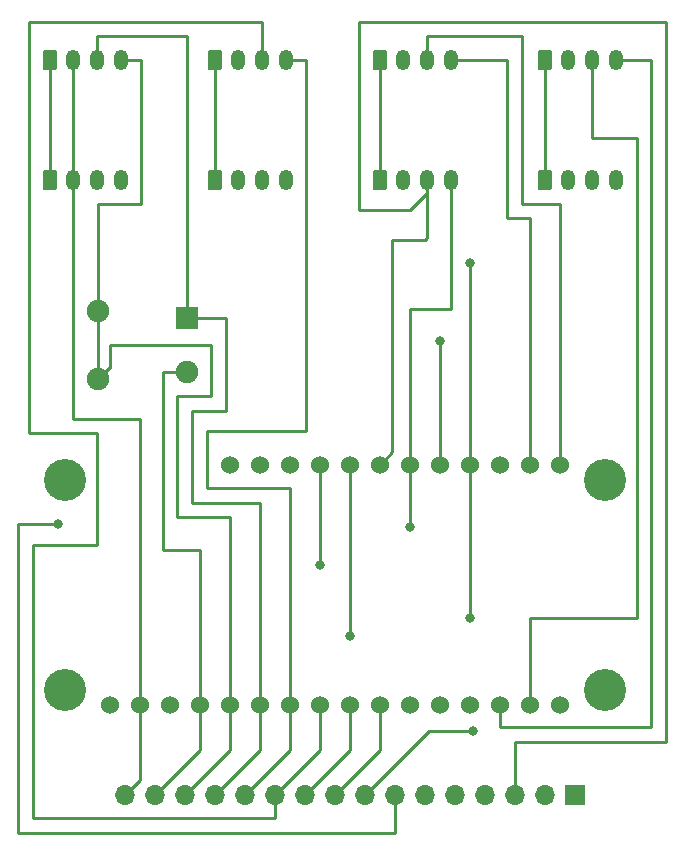
<source format=gbr>
G04 #@! TF.GenerationSoftware,KiCad,Pcbnew,5.1.5-52549c5~84~ubuntu19.10.1*
G04 #@! TF.CreationDate,2019-11-23T11:14:34+01:00*
G04 #@! TF.ProjectId,mep_v2_modif_grove,6d65705f-7632-45f6-9d6f-6469665f6772,rev?*
G04 #@! TF.SameCoordinates,Original*
G04 #@! TF.FileFunction,Copper,L1,Top*
G04 #@! TF.FilePolarity,Positive*
%FSLAX46Y46*%
G04 Gerber Fmt 4.6, Leading zero omitted, Abs format (unit mm)*
G04 Created by KiCad (PCBNEW 5.1.5-52549c5~84~ubuntu19.10.1) date 2019-11-23 11:14:34*
%MOMM*%
%LPD*%
G04 APERTURE LIST*
%ADD10O,1.700000X1.700000*%
%ADD11R,1.700000X1.700000*%
%ADD12C,1.900000*%
%ADD13R,1.900000X1.900000*%
%ADD14C,3.556000*%
%ADD15C,1.524000*%
%ADD16C,0.100000*%
%ADD17O,1.200000X1.750000*%
%ADD18C,0.800000*%
%ADD19C,0.250000*%
G04 APERTURE END LIST*
D10*
X127000000Y-120650000D03*
X129540000Y-120650000D03*
X132080000Y-120650000D03*
X134620000Y-120650000D03*
X137160000Y-120650000D03*
X139700000Y-120650000D03*
X142240000Y-120650000D03*
X144780000Y-120650000D03*
X147320000Y-120650000D03*
X149860000Y-120650000D03*
X152400000Y-120650000D03*
X154940000Y-120650000D03*
X157480000Y-120650000D03*
X160020000Y-120650000D03*
X162560000Y-120650000D03*
D11*
X165100000Y-120650000D03*
D12*
X132230000Y-84800000D03*
D13*
X132230000Y-80300000D03*
D12*
X124730000Y-85450000D03*
X124730000Y-79650000D03*
D14*
X121920000Y-93980000D03*
X167640000Y-93980000D03*
X121920000Y-111760000D03*
X167640000Y-111760000D03*
D15*
X125730000Y-113030000D03*
X128270000Y-113030000D03*
X130810000Y-113030000D03*
X133350000Y-113030000D03*
X135890000Y-113030000D03*
X138430000Y-113030000D03*
X140970000Y-113030000D03*
X143510000Y-113030000D03*
X146050000Y-113030000D03*
X148590000Y-113030000D03*
X151130000Y-113030000D03*
X153670000Y-113030000D03*
X156210000Y-113030000D03*
X158750000Y-113030000D03*
X161290000Y-113030000D03*
X163830000Y-113030000D03*
X163830000Y-92710000D03*
X161290000Y-92710000D03*
X158750000Y-92710000D03*
X156210000Y-92710000D03*
X153670000Y-92710000D03*
X151130000Y-92710000D03*
X148590000Y-92710000D03*
X146050000Y-92710000D03*
X143510000Y-92710000D03*
X140970000Y-92710000D03*
X138430000Y-92710000D03*
X135890000Y-92710000D03*
G04 #@! TA.AperFunction,ComponentPad*
D16*
G36*
X121024505Y-57546204D02*
G01*
X121048773Y-57549804D01*
X121072572Y-57555765D01*
X121095671Y-57564030D01*
X121117850Y-57574520D01*
X121138893Y-57587132D01*
X121158599Y-57601747D01*
X121176777Y-57618223D01*
X121193253Y-57636401D01*
X121207868Y-57656107D01*
X121220480Y-57677150D01*
X121230970Y-57699329D01*
X121239235Y-57722428D01*
X121245196Y-57746227D01*
X121248796Y-57770495D01*
X121250000Y-57794999D01*
X121250000Y-59045001D01*
X121248796Y-59069505D01*
X121245196Y-59093773D01*
X121239235Y-59117572D01*
X121230970Y-59140671D01*
X121220480Y-59162850D01*
X121207868Y-59183893D01*
X121193253Y-59203599D01*
X121176777Y-59221777D01*
X121158599Y-59238253D01*
X121138893Y-59252868D01*
X121117850Y-59265480D01*
X121095671Y-59275970D01*
X121072572Y-59284235D01*
X121048773Y-59290196D01*
X121024505Y-59293796D01*
X121000001Y-59295000D01*
X120299999Y-59295000D01*
X120275495Y-59293796D01*
X120251227Y-59290196D01*
X120227428Y-59284235D01*
X120204329Y-59275970D01*
X120182150Y-59265480D01*
X120161107Y-59252868D01*
X120141401Y-59238253D01*
X120123223Y-59221777D01*
X120106747Y-59203599D01*
X120092132Y-59183893D01*
X120079520Y-59162850D01*
X120069030Y-59140671D01*
X120060765Y-59117572D01*
X120054804Y-59093773D01*
X120051204Y-59069505D01*
X120050000Y-59045001D01*
X120050000Y-57794999D01*
X120051204Y-57770495D01*
X120054804Y-57746227D01*
X120060765Y-57722428D01*
X120069030Y-57699329D01*
X120079520Y-57677150D01*
X120092132Y-57656107D01*
X120106747Y-57636401D01*
X120123223Y-57618223D01*
X120141401Y-57601747D01*
X120161107Y-57587132D01*
X120182150Y-57574520D01*
X120204329Y-57564030D01*
X120227428Y-57555765D01*
X120251227Y-57549804D01*
X120275495Y-57546204D01*
X120299999Y-57545000D01*
X121000001Y-57545000D01*
X121024505Y-57546204D01*
G37*
G04 #@! TD.AperFunction*
D17*
X122650000Y-58420000D03*
X124650000Y-58420000D03*
X126650000Y-58420000D03*
X140620000Y-58420000D03*
X138620000Y-58420000D03*
X136620000Y-58420000D03*
G04 #@! TA.AperFunction,ComponentPad*
D16*
G36*
X134994505Y-57546204D02*
G01*
X135018773Y-57549804D01*
X135042572Y-57555765D01*
X135065671Y-57564030D01*
X135087850Y-57574520D01*
X135108893Y-57587132D01*
X135128599Y-57601747D01*
X135146777Y-57618223D01*
X135163253Y-57636401D01*
X135177868Y-57656107D01*
X135190480Y-57677150D01*
X135200970Y-57699329D01*
X135209235Y-57722428D01*
X135215196Y-57746227D01*
X135218796Y-57770495D01*
X135220000Y-57794999D01*
X135220000Y-59045001D01*
X135218796Y-59069505D01*
X135215196Y-59093773D01*
X135209235Y-59117572D01*
X135200970Y-59140671D01*
X135190480Y-59162850D01*
X135177868Y-59183893D01*
X135163253Y-59203599D01*
X135146777Y-59221777D01*
X135128599Y-59238253D01*
X135108893Y-59252868D01*
X135087850Y-59265480D01*
X135065671Y-59275970D01*
X135042572Y-59284235D01*
X135018773Y-59290196D01*
X134994505Y-59293796D01*
X134970001Y-59295000D01*
X134269999Y-59295000D01*
X134245495Y-59293796D01*
X134221227Y-59290196D01*
X134197428Y-59284235D01*
X134174329Y-59275970D01*
X134152150Y-59265480D01*
X134131107Y-59252868D01*
X134111401Y-59238253D01*
X134093223Y-59221777D01*
X134076747Y-59203599D01*
X134062132Y-59183893D01*
X134049520Y-59162850D01*
X134039030Y-59140671D01*
X134030765Y-59117572D01*
X134024804Y-59093773D01*
X134021204Y-59069505D01*
X134020000Y-59045001D01*
X134020000Y-57794999D01*
X134021204Y-57770495D01*
X134024804Y-57746227D01*
X134030765Y-57722428D01*
X134039030Y-57699329D01*
X134049520Y-57677150D01*
X134062132Y-57656107D01*
X134076747Y-57636401D01*
X134093223Y-57618223D01*
X134111401Y-57601747D01*
X134131107Y-57587132D01*
X134152150Y-57574520D01*
X134174329Y-57564030D01*
X134197428Y-57555765D01*
X134221227Y-57549804D01*
X134245495Y-57546204D01*
X134269999Y-57545000D01*
X134970001Y-57545000D01*
X134994505Y-57546204D01*
G37*
G04 #@! TD.AperFunction*
D17*
X126650000Y-68580000D03*
X124650000Y-68580000D03*
X122650000Y-68580000D03*
G04 #@! TA.AperFunction,ComponentPad*
D16*
G36*
X121024505Y-67706204D02*
G01*
X121048773Y-67709804D01*
X121072572Y-67715765D01*
X121095671Y-67724030D01*
X121117850Y-67734520D01*
X121138893Y-67747132D01*
X121158599Y-67761747D01*
X121176777Y-67778223D01*
X121193253Y-67796401D01*
X121207868Y-67816107D01*
X121220480Y-67837150D01*
X121230970Y-67859329D01*
X121239235Y-67882428D01*
X121245196Y-67906227D01*
X121248796Y-67930495D01*
X121250000Y-67954999D01*
X121250000Y-69205001D01*
X121248796Y-69229505D01*
X121245196Y-69253773D01*
X121239235Y-69277572D01*
X121230970Y-69300671D01*
X121220480Y-69322850D01*
X121207868Y-69343893D01*
X121193253Y-69363599D01*
X121176777Y-69381777D01*
X121158599Y-69398253D01*
X121138893Y-69412868D01*
X121117850Y-69425480D01*
X121095671Y-69435970D01*
X121072572Y-69444235D01*
X121048773Y-69450196D01*
X121024505Y-69453796D01*
X121000001Y-69455000D01*
X120299999Y-69455000D01*
X120275495Y-69453796D01*
X120251227Y-69450196D01*
X120227428Y-69444235D01*
X120204329Y-69435970D01*
X120182150Y-69425480D01*
X120161107Y-69412868D01*
X120141401Y-69398253D01*
X120123223Y-69381777D01*
X120106747Y-69363599D01*
X120092132Y-69343893D01*
X120079520Y-69322850D01*
X120069030Y-69300671D01*
X120060765Y-69277572D01*
X120054804Y-69253773D01*
X120051204Y-69229505D01*
X120050000Y-69205001D01*
X120050000Y-67954999D01*
X120051204Y-67930495D01*
X120054804Y-67906227D01*
X120060765Y-67882428D01*
X120069030Y-67859329D01*
X120079520Y-67837150D01*
X120092132Y-67816107D01*
X120106747Y-67796401D01*
X120123223Y-67778223D01*
X120141401Y-67761747D01*
X120161107Y-67747132D01*
X120182150Y-67734520D01*
X120204329Y-67724030D01*
X120227428Y-67715765D01*
X120251227Y-67709804D01*
X120275495Y-67706204D01*
X120299999Y-67705000D01*
X121000001Y-67705000D01*
X121024505Y-67706204D01*
G37*
G04 #@! TD.AperFunction*
G04 #@! TA.AperFunction,ComponentPad*
G36*
X134994505Y-67706204D02*
G01*
X135018773Y-67709804D01*
X135042572Y-67715765D01*
X135065671Y-67724030D01*
X135087850Y-67734520D01*
X135108893Y-67747132D01*
X135128599Y-67761747D01*
X135146777Y-67778223D01*
X135163253Y-67796401D01*
X135177868Y-67816107D01*
X135190480Y-67837150D01*
X135200970Y-67859329D01*
X135209235Y-67882428D01*
X135215196Y-67906227D01*
X135218796Y-67930495D01*
X135220000Y-67954999D01*
X135220000Y-69205001D01*
X135218796Y-69229505D01*
X135215196Y-69253773D01*
X135209235Y-69277572D01*
X135200970Y-69300671D01*
X135190480Y-69322850D01*
X135177868Y-69343893D01*
X135163253Y-69363599D01*
X135146777Y-69381777D01*
X135128599Y-69398253D01*
X135108893Y-69412868D01*
X135087850Y-69425480D01*
X135065671Y-69435970D01*
X135042572Y-69444235D01*
X135018773Y-69450196D01*
X134994505Y-69453796D01*
X134970001Y-69455000D01*
X134269999Y-69455000D01*
X134245495Y-69453796D01*
X134221227Y-69450196D01*
X134197428Y-69444235D01*
X134174329Y-69435970D01*
X134152150Y-69425480D01*
X134131107Y-69412868D01*
X134111401Y-69398253D01*
X134093223Y-69381777D01*
X134076747Y-69363599D01*
X134062132Y-69343893D01*
X134049520Y-69322850D01*
X134039030Y-69300671D01*
X134030765Y-69277572D01*
X134024804Y-69253773D01*
X134021204Y-69229505D01*
X134020000Y-69205001D01*
X134020000Y-67954999D01*
X134021204Y-67930495D01*
X134024804Y-67906227D01*
X134030765Y-67882428D01*
X134039030Y-67859329D01*
X134049520Y-67837150D01*
X134062132Y-67816107D01*
X134076747Y-67796401D01*
X134093223Y-67778223D01*
X134111401Y-67761747D01*
X134131107Y-67747132D01*
X134152150Y-67734520D01*
X134174329Y-67724030D01*
X134197428Y-67715765D01*
X134221227Y-67709804D01*
X134245495Y-67706204D01*
X134269999Y-67705000D01*
X134970001Y-67705000D01*
X134994505Y-67706204D01*
G37*
G04 #@! TD.AperFunction*
D17*
X136620000Y-68580000D03*
X138620000Y-68580000D03*
X140620000Y-68580000D03*
G04 #@! TA.AperFunction,ComponentPad*
D16*
G36*
X148964505Y-67706204D02*
G01*
X148988773Y-67709804D01*
X149012572Y-67715765D01*
X149035671Y-67724030D01*
X149057850Y-67734520D01*
X149078893Y-67747132D01*
X149098599Y-67761747D01*
X149116777Y-67778223D01*
X149133253Y-67796401D01*
X149147868Y-67816107D01*
X149160480Y-67837150D01*
X149170970Y-67859329D01*
X149179235Y-67882428D01*
X149185196Y-67906227D01*
X149188796Y-67930495D01*
X149190000Y-67954999D01*
X149190000Y-69205001D01*
X149188796Y-69229505D01*
X149185196Y-69253773D01*
X149179235Y-69277572D01*
X149170970Y-69300671D01*
X149160480Y-69322850D01*
X149147868Y-69343893D01*
X149133253Y-69363599D01*
X149116777Y-69381777D01*
X149098599Y-69398253D01*
X149078893Y-69412868D01*
X149057850Y-69425480D01*
X149035671Y-69435970D01*
X149012572Y-69444235D01*
X148988773Y-69450196D01*
X148964505Y-69453796D01*
X148940001Y-69455000D01*
X148239999Y-69455000D01*
X148215495Y-69453796D01*
X148191227Y-69450196D01*
X148167428Y-69444235D01*
X148144329Y-69435970D01*
X148122150Y-69425480D01*
X148101107Y-69412868D01*
X148081401Y-69398253D01*
X148063223Y-69381777D01*
X148046747Y-69363599D01*
X148032132Y-69343893D01*
X148019520Y-69322850D01*
X148009030Y-69300671D01*
X148000765Y-69277572D01*
X147994804Y-69253773D01*
X147991204Y-69229505D01*
X147990000Y-69205001D01*
X147990000Y-67954999D01*
X147991204Y-67930495D01*
X147994804Y-67906227D01*
X148000765Y-67882428D01*
X148009030Y-67859329D01*
X148019520Y-67837150D01*
X148032132Y-67816107D01*
X148046747Y-67796401D01*
X148063223Y-67778223D01*
X148081401Y-67761747D01*
X148101107Y-67747132D01*
X148122150Y-67734520D01*
X148144329Y-67724030D01*
X148167428Y-67715765D01*
X148191227Y-67709804D01*
X148215495Y-67706204D01*
X148239999Y-67705000D01*
X148940001Y-67705000D01*
X148964505Y-67706204D01*
G37*
G04 #@! TD.AperFunction*
D17*
X150590000Y-68580000D03*
X152590000Y-68580000D03*
X154590000Y-68580000D03*
X168560000Y-68580000D03*
X166560000Y-68580000D03*
X164560000Y-68580000D03*
G04 #@! TA.AperFunction,ComponentPad*
D16*
G36*
X162934505Y-67706204D02*
G01*
X162958773Y-67709804D01*
X162982572Y-67715765D01*
X163005671Y-67724030D01*
X163027850Y-67734520D01*
X163048893Y-67747132D01*
X163068599Y-67761747D01*
X163086777Y-67778223D01*
X163103253Y-67796401D01*
X163117868Y-67816107D01*
X163130480Y-67837150D01*
X163140970Y-67859329D01*
X163149235Y-67882428D01*
X163155196Y-67906227D01*
X163158796Y-67930495D01*
X163160000Y-67954999D01*
X163160000Y-69205001D01*
X163158796Y-69229505D01*
X163155196Y-69253773D01*
X163149235Y-69277572D01*
X163140970Y-69300671D01*
X163130480Y-69322850D01*
X163117868Y-69343893D01*
X163103253Y-69363599D01*
X163086777Y-69381777D01*
X163068599Y-69398253D01*
X163048893Y-69412868D01*
X163027850Y-69425480D01*
X163005671Y-69435970D01*
X162982572Y-69444235D01*
X162958773Y-69450196D01*
X162934505Y-69453796D01*
X162910001Y-69455000D01*
X162209999Y-69455000D01*
X162185495Y-69453796D01*
X162161227Y-69450196D01*
X162137428Y-69444235D01*
X162114329Y-69435970D01*
X162092150Y-69425480D01*
X162071107Y-69412868D01*
X162051401Y-69398253D01*
X162033223Y-69381777D01*
X162016747Y-69363599D01*
X162002132Y-69343893D01*
X161989520Y-69322850D01*
X161979030Y-69300671D01*
X161970765Y-69277572D01*
X161964804Y-69253773D01*
X161961204Y-69229505D01*
X161960000Y-69205001D01*
X161960000Y-67954999D01*
X161961204Y-67930495D01*
X161964804Y-67906227D01*
X161970765Y-67882428D01*
X161979030Y-67859329D01*
X161989520Y-67837150D01*
X162002132Y-67816107D01*
X162016747Y-67796401D01*
X162033223Y-67778223D01*
X162051401Y-67761747D01*
X162071107Y-67747132D01*
X162092150Y-67734520D01*
X162114329Y-67724030D01*
X162137428Y-67715765D01*
X162161227Y-67709804D01*
X162185495Y-67706204D01*
X162209999Y-67705000D01*
X162910001Y-67705000D01*
X162934505Y-67706204D01*
G37*
G04 #@! TD.AperFunction*
G04 #@! TA.AperFunction,ComponentPad*
G36*
X148964505Y-57546204D02*
G01*
X148988773Y-57549804D01*
X149012572Y-57555765D01*
X149035671Y-57564030D01*
X149057850Y-57574520D01*
X149078893Y-57587132D01*
X149098599Y-57601747D01*
X149116777Y-57618223D01*
X149133253Y-57636401D01*
X149147868Y-57656107D01*
X149160480Y-57677150D01*
X149170970Y-57699329D01*
X149179235Y-57722428D01*
X149185196Y-57746227D01*
X149188796Y-57770495D01*
X149190000Y-57794999D01*
X149190000Y-59045001D01*
X149188796Y-59069505D01*
X149185196Y-59093773D01*
X149179235Y-59117572D01*
X149170970Y-59140671D01*
X149160480Y-59162850D01*
X149147868Y-59183893D01*
X149133253Y-59203599D01*
X149116777Y-59221777D01*
X149098599Y-59238253D01*
X149078893Y-59252868D01*
X149057850Y-59265480D01*
X149035671Y-59275970D01*
X149012572Y-59284235D01*
X148988773Y-59290196D01*
X148964505Y-59293796D01*
X148940001Y-59295000D01*
X148239999Y-59295000D01*
X148215495Y-59293796D01*
X148191227Y-59290196D01*
X148167428Y-59284235D01*
X148144329Y-59275970D01*
X148122150Y-59265480D01*
X148101107Y-59252868D01*
X148081401Y-59238253D01*
X148063223Y-59221777D01*
X148046747Y-59203599D01*
X148032132Y-59183893D01*
X148019520Y-59162850D01*
X148009030Y-59140671D01*
X148000765Y-59117572D01*
X147994804Y-59093773D01*
X147991204Y-59069505D01*
X147990000Y-59045001D01*
X147990000Y-57794999D01*
X147991204Y-57770495D01*
X147994804Y-57746227D01*
X148000765Y-57722428D01*
X148009030Y-57699329D01*
X148019520Y-57677150D01*
X148032132Y-57656107D01*
X148046747Y-57636401D01*
X148063223Y-57618223D01*
X148081401Y-57601747D01*
X148101107Y-57587132D01*
X148122150Y-57574520D01*
X148144329Y-57564030D01*
X148167428Y-57555765D01*
X148191227Y-57549804D01*
X148215495Y-57546204D01*
X148239999Y-57545000D01*
X148940001Y-57545000D01*
X148964505Y-57546204D01*
G37*
G04 #@! TD.AperFunction*
D17*
X150590000Y-58420000D03*
X152590000Y-58420000D03*
X154590000Y-58420000D03*
X168560000Y-58420000D03*
X166560000Y-58420000D03*
X164560000Y-58420000D03*
G04 #@! TA.AperFunction,ComponentPad*
D16*
G36*
X162934505Y-57546204D02*
G01*
X162958773Y-57549804D01*
X162982572Y-57555765D01*
X163005671Y-57564030D01*
X163027850Y-57574520D01*
X163048893Y-57587132D01*
X163068599Y-57601747D01*
X163086777Y-57618223D01*
X163103253Y-57636401D01*
X163117868Y-57656107D01*
X163130480Y-57677150D01*
X163140970Y-57699329D01*
X163149235Y-57722428D01*
X163155196Y-57746227D01*
X163158796Y-57770495D01*
X163160000Y-57794999D01*
X163160000Y-59045001D01*
X163158796Y-59069505D01*
X163155196Y-59093773D01*
X163149235Y-59117572D01*
X163140970Y-59140671D01*
X163130480Y-59162850D01*
X163117868Y-59183893D01*
X163103253Y-59203599D01*
X163086777Y-59221777D01*
X163068599Y-59238253D01*
X163048893Y-59252868D01*
X163027850Y-59265480D01*
X163005671Y-59275970D01*
X162982572Y-59284235D01*
X162958773Y-59290196D01*
X162934505Y-59293796D01*
X162910001Y-59295000D01*
X162209999Y-59295000D01*
X162185495Y-59293796D01*
X162161227Y-59290196D01*
X162137428Y-59284235D01*
X162114329Y-59275970D01*
X162092150Y-59265480D01*
X162071107Y-59252868D01*
X162051401Y-59238253D01*
X162033223Y-59221777D01*
X162016747Y-59203599D01*
X162002132Y-59183893D01*
X161989520Y-59162850D01*
X161979030Y-59140671D01*
X161970765Y-59117572D01*
X161964804Y-59093773D01*
X161961204Y-59069505D01*
X161960000Y-59045001D01*
X161960000Y-57794999D01*
X161961204Y-57770495D01*
X161964804Y-57746227D01*
X161970765Y-57722428D01*
X161979030Y-57699329D01*
X161989520Y-57677150D01*
X162002132Y-57656107D01*
X162016747Y-57636401D01*
X162033223Y-57618223D01*
X162051401Y-57601747D01*
X162071107Y-57587132D01*
X162092150Y-57574520D01*
X162114329Y-57564030D01*
X162137428Y-57555765D01*
X162161227Y-57549804D01*
X162185495Y-57546204D01*
X162209999Y-57545000D01*
X162910001Y-57545000D01*
X162934505Y-57546204D01*
G37*
G04 #@! TD.AperFunction*
D18*
X156475800Y-115218800D03*
X121332000Y-97660000D03*
X153670000Y-82203700D03*
X156210000Y-105663400D03*
X156210000Y-75629800D03*
X151130000Y-97930000D03*
X146050000Y-107188600D03*
X143510000Y-101174000D03*
D19*
X132230000Y-84800000D02*
X130205700Y-84800000D01*
X130205700Y-84800000D02*
X130205700Y-99899800D01*
X130205700Y-99899800D02*
X133350000Y-99899800D01*
X133350000Y-99899800D02*
X133350000Y-113030000D01*
X134620000Y-58420000D02*
X134620000Y-68580000D01*
X148590000Y-58420000D02*
X148590000Y-68580000D01*
X120650000Y-68580000D02*
X120650000Y-58420000D01*
X162560000Y-58420000D02*
X162560000Y-68580000D01*
X133350000Y-116840000D02*
X129540000Y-120650000D01*
X133350000Y-113030000D02*
X133350000Y-116840000D01*
X122650000Y-68580000D02*
X122650000Y-88775500D01*
X122650000Y-88775500D02*
X128270000Y-88775500D01*
X128270000Y-88775500D02*
X128270000Y-113030000D01*
X122650000Y-58420000D02*
X122650000Y-68580000D01*
X128270000Y-119380000D02*
X127000000Y-120650000D01*
X128270000Y-113030000D02*
X128270000Y-119380000D01*
X166560000Y-58420000D02*
X166560000Y-65039900D01*
X166560000Y-65039900D02*
X170343200Y-65039900D01*
X170343200Y-65039900D02*
X170343200Y-105627600D01*
X170343200Y-105627600D02*
X161290000Y-105627600D01*
X161290000Y-105627600D02*
X161290000Y-113030000D01*
X168560000Y-58420000D02*
X171593400Y-58420000D01*
X171593400Y-58420000D02*
X171593400Y-114917200D01*
X171593400Y-114917200D02*
X158750000Y-114917200D01*
X158750000Y-114917200D02*
X158750000Y-113030000D01*
X146050000Y-116840000D02*
X142240000Y-120650000D01*
X146050000Y-113030000D02*
X146050000Y-116840000D01*
X148590000Y-116840000D02*
X144780000Y-120650000D01*
X148590000Y-113030000D02*
X148590000Y-116840000D01*
X138430000Y-113030000D02*
X138430000Y-95899600D01*
X138430000Y-95899600D02*
X132728700Y-95899600D01*
X132728700Y-95899600D02*
X132728700Y-88125300D01*
X132728700Y-88125300D02*
X135555300Y-88125300D01*
X135555300Y-88125300D02*
X135555300Y-80300000D01*
X135555300Y-80300000D02*
X132230000Y-80300000D01*
X124650000Y-58420000D02*
X124650000Y-56419800D01*
X124650000Y-56419800D02*
X132230000Y-56419800D01*
X132230000Y-56419800D02*
X132230000Y-80300000D01*
X138430000Y-116840000D02*
X134620000Y-120650000D01*
X138430000Y-113030000D02*
X138430000Y-116840000D01*
X134305200Y-82550000D02*
X134305200Y-86875200D01*
X134305200Y-86875200D02*
X131455800Y-86875200D01*
X131455800Y-86875200D02*
X131455800Y-97149800D01*
X131455800Y-97149800D02*
X135890000Y-97149800D01*
X135890000Y-97149800D02*
X135890000Y-113030000D01*
X124730000Y-82550000D02*
X124730000Y-85450000D01*
X124730000Y-79650000D02*
X124730000Y-82550000D01*
X126650000Y-58420000D02*
X128375200Y-58420000D01*
X128375200Y-58420000D02*
X128375200Y-70581200D01*
X128375200Y-70581200D02*
X124730000Y-70581200D01*
X124730000Y-70581200D02*
X124730000Y-79650000D01*
X134305200Y-82550000D02*
X125730000Y-82550000D01*
X125679999Y-84500001D02*
X124730000Y-85450000D01*
X125730000Y-84450000D02*
X125679999Y-84500001D01*
X125730000Y-82550000D02*
X125730000Y-84450000D01*
X135890000Y-116840000D02*
X132080000Y-120650000D01*
X135890000Y-113030000D02*
X135890000Y-116840000D01*
X140970000Y-113030000D02*
X140970000Y-94649500D01*
X140970000Y-94649500D02*
X134002800Y-94649500D01*
X134002800Y-94649500D02*
X134002800Y-89837200D01*
X134002800Y-89837200D02*
X142345200Y-89837200D01*
X142345200Y-89837200D02*
X142345200Y-58420000D01*
X142345200Y-58420000D02*
X140620000Y-58420000D01*
X140970000Y-116840000D02*
X137160000Y-120650000D01*
X140970000Y-113030000D02*
X140970000Y-116840000D01*
X139700000Y-120650000D02*
X139700000Y-122625200D01*
X139700000Y-122625200D02*
X119190800Y-122625200D01*
X119190800Y-122625200D02*
X119190800Y-99455100D01*
X119190800Y-99455100D02*
X124632800Y-99455100D01*
X124632800Y-99455100D02*
X124632800Y-90025700D01*
X124632800Y-90025700D02*
X118923800Y-90025700D01*
X118923800Y-90025700D02*
X118923800Y-55169600D01*
X118923800Y-55169600D02*
X138620000Y-55169600D01*
X138620000Y-55169600D02*
X138620000Y-58420000D01*
X143510000Y-116840000D02*
X139700000Y-120650000D01*
X143510000Y-113030000D02*
X143510000Y-116840000D01*
X152751200Y-115218800D02*
X147320000Y-120650000D01*
X156475800Y-115218800D02*
X152751200Y-115218800D01*
X121332000Y-97660000D02*
X117940600Y-97660000D01*
X117940600Y-97660000D02*
X117940600Y-123875400D01*
X117940600Y-123875400D02*
X149860000Y-123875400D01*
X149860000Y-123875400D02*
X149860000Y-120650000D01*
X153670000Y-82203700D02*
X153670000Y-92710000D01*
X156210000Y-92710000D02*
X156210000Y-105663400D01*
X156210000Y-75629800D02*
X156210000Y-92710000D01*
X146835600Y-55169600D02*
X172851100Y-55169600D01*
X172851100Y-55169600D02*
X172851100Y-116167400D01*
X172851100Y-116167400D02*
X160020000Y-116167400D01*
X160020000Y-116167400D02*
X160020000Y-120650000D01*
X149664990Y-91635010D02*
X149664990Y-73660000D01*
X148590000Y-92710000D02*
X149664990Y-91635010D01*
X149664990Y-73660000D02*
X152400000Y-73660000D01*
X152590000Y-73470000D02*
X152590000Y-68580000D01*
X152400000Y-73660000D02*
X152590000Y-73470000D01*
X146835600Y-55169600D02*
X146835600Y-71120000D01*
X152590000Y-69705000D02*
X152590000Y-68580000D01*
X151175000Y-71120000D02*
X152590000Y-69705000D01*
X146835600Y-71120000D02*
X151175000Y-71120000D01*
X151130000Y-92710000D02*
X151130000Y-97930000D01*
X154590000Y-68580000D02*
X154590000Y-79456400D01*
X154590000Y-79456400D02*
X151130000Y-79456400D01*
X151130000Y-79456400D02*
X151130000Y-92710000D01*
X146050000Y-92710000D02*
X146050000Y-107188600D01*
X143510000Y-92710000D02*
X143510000Y-101174000D01*
X152590000Y-58420000D02*
X152590000Y-56419800D01*
X152590000Y-56419800D02*
X160637200Y-56419800D01*
X160637200Y-56419800D02*
X160637200Y-70581200D01*
X160637200Y-70581200D02*
X163830000Y-70581200D01*
X163830000Y-70581200D02*
X163830000Y-92710000D01*
X154590000Y-58420000D02*
X159387100Y-58420000D01*
X159387100Y-58420000D02*
X159387100Y-71831300D01*
X159387100Y-71831300D02*
X161290000Y-71831300D01*
X161290000Y-71831300D02*
X161290000Y-92710000D01*
M02*

</source>
